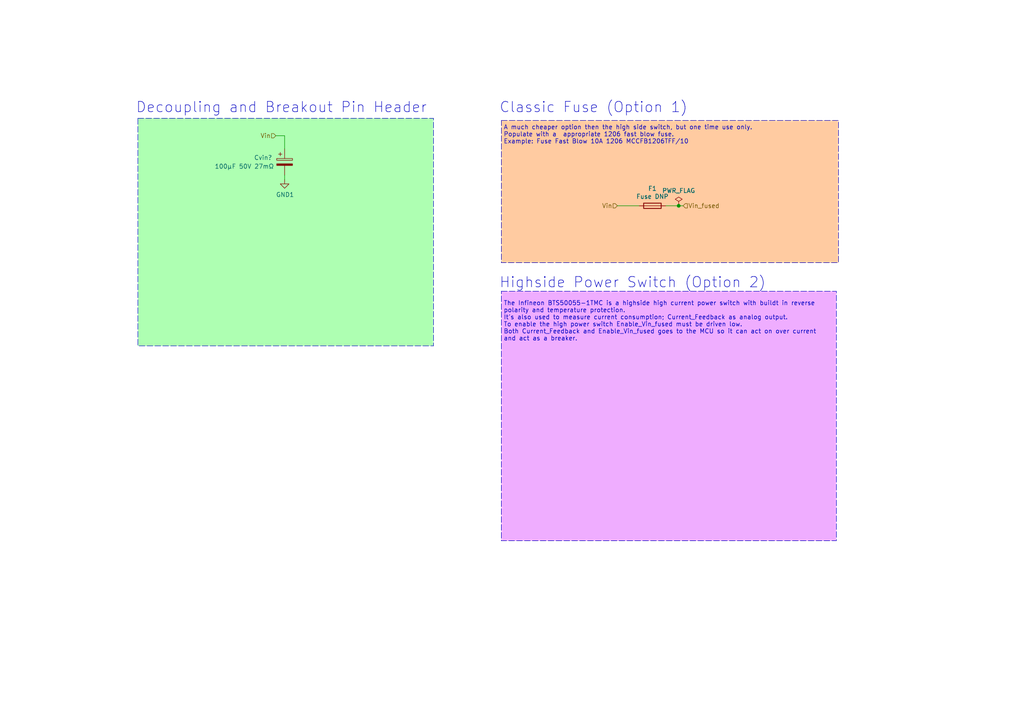
<source format=kicad_sch>
(kicad_sch (version 20231120) (generator "eeschema") (generator_version "8.0")
  (paper "A4")
  (title_block (title "${project_name} ${project_version}") (date "2025-04-10") (rev "${project_version}") (company "${project_creator}") (comment 1 "${project_license}"))
  (lib_symbols
    (symbol "Device:Fuse" (pin_numbers hide) (pin_names (offset 0))
      (property "Reference" "F" (at 2.032 0 90))
      (property "Value" "Fuse" (at -1.905 0 90))
      (symbol "Fuse_0_1"
        (rectangle (start -0.762 -2.54) (end 0.762 2.54) (stroke (width 0.254)))
        (polyline (pts (xy 0 2.54) (xy 0 -2.54)))
      )
      (symbol "Fuse_1_1"
        (pin passive line (at 0 3.81 270) (length 1.27) (name "~") (number "1"))
        (pin passive line (at 0 -3.81 90) (length 1.27) (name "~") (number "2"))
      )
    )
    (symbol "firefly-rescue:CP-Device" (pin_numbers hide) (pin_names (offset 0.254))
      (property "Reference" "C" (at 0.635 2.54 0))
      (property "Value" "Device_CP" (at 0.635 -2.54 0))
      (symbol "CP-Device_0_1"
        (rectangle (start -2.286 0.508) (end 2.286 1.016))
        (polyline (pts (xy -1.778 2.286) (xy -0.762 2.286)))
        (polyline (pts (xy -1.27 2.794) (xy -1.27 1.778)))
        (rectangle (start 2.286 -0.508) (end -2.286 -1.016) (fill (type outline)))
      )
      (symbol "CP-Device_1_1"
        (pin passive line (at 0 3.81 270) (length 2.794) (name "~") (number "1"))
        (pin passive line (at 0 -3.81 90) (length 2.794) (name "~") (number "2"))
      )
    )
    (symbol "firefly-rescue:GND1-power" (power) (pin_names (offset 0))
      (property "Value" "power_GND1" (at 0 -3.81 0))
      (symbol "GND1-power_0_1"
        (polyline (pts (xy 0 0) (xy 0 -1.27) (xy 1.27 -1.27) (xy 0 -2.54) (xy -1.27 -1.27) (xy 0 -1.27)))
      )
      (symbol "GND1-power_1_1"
        (pin power_in line (at 0 0 270) (length 0) hide (name "GND1") (number "1"))
      )
    )
    (symbol "firefly-rescue:PWR_FLAG-power" (power) (pin_numbers hide) (pin_names (offset 0) hide)
      (property "Value" "power_PWR_FLAG" (at 0 3.81 0))
      (symbol "PWR_FLAG-power_0_0"
        (pin power_out line (at 0 0 90) (length 0) (name "pwr") (number "1"))
      )
      (symbol "PWR_FLAG-power_0_1"
        (polyline (pts (xy 0 0) (xy 0 1.27) (xy -1.016 1.905) (xy 0 2.54) (xy 1.016 1.905) (xy 0 1.27)))
      )
    )
  )
  (junction (at 196.85 59.69))
  (wire (pts (xy 80.01 39.37) (xy 82.55 39.37)))
  (wire (pts (xy 179.07 59.69) (xy 185.42 59.69)))
  (wire (pts (xy 82.55 50.8) (xy 82.55 52.07)))
  (wire (pts (xy 196.85 59.69) (xy 198.12 59.69)))
  (wire (pts (xy 82.55 39.37) (xy 82.55 43.18)))
  (wire (pts (xy 193.04 59.69) (xy 196.85 59.69)))
  (rectangle (start 145.415 34.925) (end 243.205 76.2) (stroke (width 0) (type dash)) (fill (type color) (color 255 203 161 1)))
  (rectangle (start 40.005 34.29) (end 125.73 100.33) (stroke (width 0) (type dash)) (fill (type color) (color 174 255 178 1)))
  (rectangle (start 145.415 84.455) (end 242.57 156.845) (stroke (width 0) (type dash)) (fill (type color) (color 239 173 255 1)))
  (text "Classic Fuse (Option 1)" (at 144.78 33.02 0) (effects (font (size 2.9972 2.9972)) (justify left bottom)))
  (text "Highside Power Switch (Option 2)" (at 144.78 83.82 0) (effects (font (size 2.9972 2.9972)) (justify left bottom)))
  (text "Decoupling and Breakout Pin Header" (at 39.37 33.02 0) (effects (font (size 2.9972 2.9972)) (justify left bottom)))
  (text "A much cheaper option then the high side switch, but one time use only.\nPopulate with a  appropriate 1206 fast blow fuse.\nExample: Fuse Fast Blow 10A 1206 MCCFB1206TFF/10" (at 146.05 41.91 0) (effects (font (size 1.27 1.27)) (justify left bottom)))
  (text "The Infineon BTS50055-1TMC is a highside high current power switch with buildt in reverse\npolarity and temperature protection.\nIt's also used to measure current consumption; Current_Feedback as analog output.\nTo enable the high power switch Enable_Vin_fused must be driven low.\nBoth Current_Feedback and Enable_Vin_fused goes to the MCU so it can act on over current\nand act as a breaker." (at 146.05 99.06 0) (effects (font (size 1.27 1.27)) (justify left bottom)))
  (hierarchical_label "Vin" (shape input) (at 80.01 39.37 180))
  (hierarchical_label "Vin_fused" (shape input) (at 198.12 59.69 0))
  (hierarchical_label "Vin" (shape input) (at 179.07 59.69 180))
  (symbol (lib_id "firefly-rescue:CP-Device") (at 82.55 46.99 0) (unit 1)
    (property "Reference" "Cvin?" (at 73.66 45.72 0) (effects (justify left)))
    (property "Value" "100µF 50V 27mΩ" (at 62.23 48.26 0) (effects (justify left)))
    (property "Footprint" "Capacitor_SMD:CP_Elec_10x10" (effects (hide yes)))
    (property "Datasheet" "http://www.farnell.com/datasheets/2756457.pdf?_ga=2.147362935.1391520159.1585828864-167263916.1529948031" (effects (hide yes)))
    (property "Article Number" "A767MU107M1HLAE027" (effects (hide yes)))
    (property "Seller" "https://se.farnell.com/kemet/a767mu107m1hlae027/kond-alu-polymer-100-f-50v-rad/dp/2614195RL" (effects (hide yes)))
    (property "Mouser" "https://hr.mouser.com/ProductDetail/KEMET/A767MU107M1HLAE027?qs=%2Fha2pyFadugh7XidBCotMPM6SnVOrndba5jtT5K5j4UTbFgCpgkk6ZmqtVcWGU2x" (effects (hide yes)))
    (instances (project "" (path "" (reference "Cvin?") (unit 1)) (path "" (reference "Cvin1") (unit 1))))
  )
  (symbol (lib_id "Device:Fuse") (at 189.23 59.69 270) (unit 1)
    (property "Reference" "F1" (at 189.23 54.6862 90))
    (property "Value" "Fuse DNP" (at 189.23 56.9976 90))
    (property "Footprint" "Fuse:Fuse_1206_3216Metric_Pad1.42x1.75mm_HandSolder" (effects (hide yes)))
    (property "Datasheet" "http://www.farnell.com/datasheets/2864161.pdf?_ga=2.245989188.1391520159.1585828864-167263916.1529948031" (effects (hide yes)))
    (property "Article Number" "MCCFB1206TFF/10" (effects (hide yes)))
    (property "Seller" "https://se.farnell.com/multicomp/mccfb1206tff-10/s-kring-ytmont-10a-snabb-1206/dp/2850011" (effects (hide yes)))
  )
  (symbol (lib_id "firefly-rescue:GND1-power") (at 82.55 52.07 0) (unit 1)
    (property "Reference" "#PWR0156" (effects (hide yes)))
    (property "Value" "GND1" (at 82.677 56.4642 0))
  )
  (symbol (lib_id "firefly-rescue:PWR_FLAG-power") (at 196.85 59.69 0) (unit 1)
    (property "Reference" "#FLG0104" (effects (hide yes)))
    (property "Value" "PWR_FLAG" (at 196.85 55.2958 0))
  )
)
</source>
